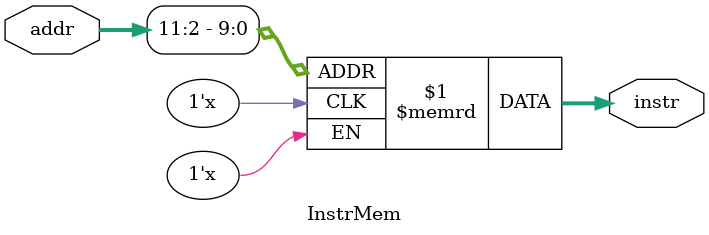
<source format=sv>
module InstrMem #(
    DATA_WIDTH = 32,
    ADDR_WIDTH = 10 // Sets how big the memory is. 2^10 = 1024 words
) (
    input   logic [DATA_WIDTH-1:0]        addr,
    output  logic [DATA_WIDTH-1:0]        instr
);
    // Memory Declaration
    logic [DATA_WIDTH-1:0] memory [0:(1<<ADDR_WIDTH)-1];

    // Initialize Instruction Memory (replace with $readmemh if needed)
    initial begin
        // Add more instructions as needed
    end

    // Read Instruction
    assign instr = memory[addr[ADDR_WIDTH+1:2]]; // Word-aligned address
endmodule

</source>
